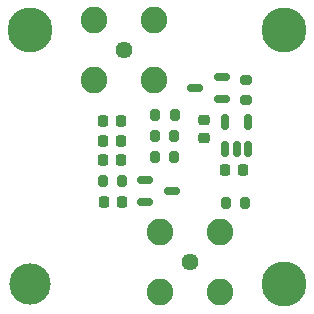
<source format=gts>
%TF.GenerationSoftware,KiCad,Pcbnew,7.0.6*%
%TF.CreationDate,2023-08-28T22:53:50+01:00*%
%TF.ProjectId,SiPM Bias,5369504d-2042-4696-9173-2e6b69636164,rev?*%
%TF.SameCoordinates,Original*%
%TF.FileFunction,Soldermask,Top*%
%TF.FilePolarity,Negative*%
%FSLAX46Y46*%
G04 Gerber Fmt 4.6, Leading zero omitted, Abs format (unit mm)*
G04 Created by KiCad (PCBNEW 7.0.6) date 2023-08-28 22:53:50*
%MOMM*%
%LPD*%
G01*
G04 APERTURE LIST*
G04 Aperture macros list*
%AMRoundRect*
0 Rectangle with rounded corners*
0 $1 Rounding radius*
0 $2 $3 $4 $5 $6 $7 $8 $9 X,Y pos of 4 corners*
0 Add a 4 corners polygon primitive as box body*
4,1,4,$2,$3,$4,$5,$6,$7,$8,$9,$2,$3,0*
0 Add four circle primitives for the rounded corners*
1,1,$1+$1,$2,$3*
1,1,$1+$1,$4,$5*
1,1,$1+$1,$6,$7*
1,1,$1+$1,$8,$9*
0 Add four rect primitives between the rounded corners*
20,1,$1+$1,$2,$3,$4,$5,0*
20,1,$1+$1,$4,$5,$6,$7,0*
20,1,$1+$1,$6,$7,$8,$9,0*
20,1,$1+$1,$8,$9,$2,$3,0*%
G04 Aperture macros list end*
%ADD10C,3.800000*%
%ADD11C,3.500000*%
%ADD12RoundRect,0.150000X0.512500X0.150000X-0.512500X0.150000X-0.512500X-0.150000X0.512500X-0.150000X0*%
%ADD13RoundRect,0.150000X0.150000X-0.512500X0.150000X0.512500X-0.150000X0.512500X-0.150000X-0.512500X0*%
%ADD14RoundRect,0.200000X-0.200000X-0.275000X0.200000X-0.275000X0.200000X0.275000X-0.200000X0.275000X0*%
%ADD15C,1.440000*%
%ADD16C,2.250000*%
%ADD17RoundRect,0.225000X-0.225000X-0.250000X0.225000X-0.250000X0.225000X0.250000X-0.225000X0.250000X0*%
%ADD18RoundRect,0.225000X-0.250000X0.225000X-0.250000X-0.225000X0.250000X-0.225000X0.250000X0.225000X0*%
%ADD19RoundRect,0.150000X-0.512500X-0.150000X0.512500X-0.150000X0.512500X0.150000X-0.512500X0.150000X0*%
%ADD20RoundRect,0.200000X0.275000X-0.200000X0.275000X0.200000X-0.275000X0.200000X-0.275000X-0.200000X0*%
%ADD21RoundRect,0.200000X0.200000X0.275000X-0.200000X0.275000X-0.200000X-0.275000X0.200000X-0.275000X0*%
%ADD22RoundRect,0.225000X0.225000X0.250000X-0.225000X0.250000X-0.225000X-0.250000X0.225000X-0.250000X0*%
G04 APERTURE END LIST*
D10*
%TO.C,REF\u002A\u002A*%
X160400001Y-80700001D03*
%TD*%
%TO.C,REF\u002A\u002A*%
X138900001Y-80700001D03*
%TD*%
D11*
%TO.C,REF\u002A\u002A*%
X138900001Y-102200001D03*
%TD*%
D10*
%TO.C,REF\u002A\u002A*%
X160400001Y-102200001D03*
%TD*%
D12*
%TO.C,Q1*%
X152912501Y-85600001D03*
X155187501Y-84650001D03*
X155187501Y-86550001D03*
%TD*%
D13*
%TO.C,U1*%
X155450001Y-88512501D03*
X157350001Y-88512501D03*
X157350001Y-90787501D03*
X156400001Y-90787501D03*
X155450001Y-90787501D03*
%TD*%
D14*
%TO.C,R5*%
X155475000Y-95350000D03*
X157125000Y-95350000D03*
%TD*%
D15*
%TO.C,J3*%
X152450000Y-100350000D03*
D16*
X154990000Y-102890000D03*
X154990000Y-97810000D03*
X149910000Y-102890000D03*
X149910000Y-97810000D03*
%TD*%
%TO.C,J2*%
X144360000Y-79860000D03*
X144360000Y-84940000D03*
X149440000Y-79860000D03*
X149440000Y-84940000D03*
D15*
X146900000Y-82400000D03*
%TD*%
D17*
%TO.C,C6*%
X145100002Y-88412503D03*
X146650002Y-88412503D03*
%TD*%
%TO.C,C4*%
X145100001Y-91712502D03*
X146650001Y-91712502D03*
%TD*%
D18*
%TO.C,C2*%
X153650001Y-88325001D03*
X153650001Y-89875001D03*
%TD*%
D14*
%TO.C,R2*%
X151150001Y-87912502D03*
X149500001Y-87912502D03*
%TD*%
D19*
%TO.C,Q2*%
X150887501Y-94312501D03*
X148612501Y-95262501D03*
X148612501Y-93362501D03*
%TD*%
D20*
%TO.C,R3*%
X157200001Y-86612502D03*
X157200001Y-84962502D03*
%TD*%
D21*
%TO.C,R4*%
X146700001Y-93462502D03*
X145050001Y-93462502D03*
%TD*%
%TO.C,R1*%
X149475002Y-91412503D03*
X151125002Y-91412503D03*
%TD*%
D17*
%TO.C,C1*%
X156975001Y-92550001D03*
X155425001Y-92550001D03*
%TD*%
%TO.C,C5*%
X145100002Y-90062502D03*
X146650002Y-90062502D03*
%TD*%
D21*
%TO.C,TH1*%
X151125002Y-89662503D03*
X149475002Y-89662503D03*
%TD*%
D22*
%TO.C,C3*%
X146700001Y-95212503D03*
X145150001Y-95212503D03*
%TD*%
M02*

</source>
